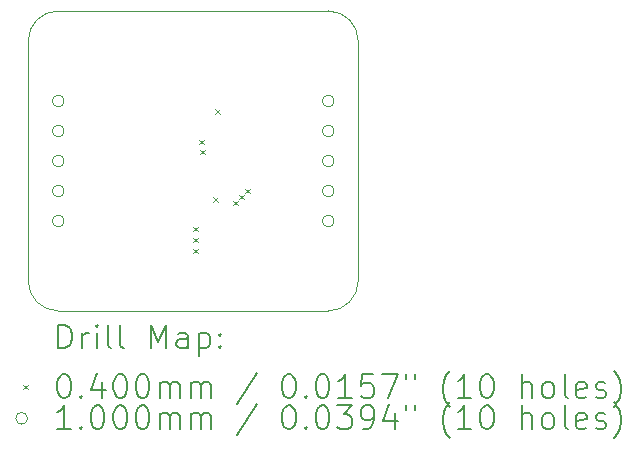
<source format=gbr>
%TF.GenerationSoftware,KiCad,Pcbnew,7.0.10*%
%TF.CreationDate,2024-05-08T17:12:16+09:00*%
%TF.ProjectId,CANFD_Module_withMCP2517FD&MCP2562FD,43414e46-445f-44d6-9f64-756c655f7769,rev?*%
%TF.SameCoordinates,Original*%
%TF.FileFunction,Drillmap*%
%TF.FilePolarity,Positive*%
%FSLAX45Y45*%
G04 Gerber Fmt 4.5, Leading zero omitted, Abs format (unit mm)*
G04 Created by KiCad (PCBNEW 7.0.10) date 2024-05-08 17:12:16*
%MOMM*%
%LPD*%
G01*
G04 APERTURE LIST*
%ADD10C,0.100000*%
%ADD11C,0.200000*%
G04 APERTURE END LIST*
D10*
X13970000Y-6350000D02*
X11684000Y-6350000D01*
X14224000Y-8636000D02*
X14224000Y-6604000D01*
X11684000Y-8890000D02*
X13970000Y-8890000D01*
X11430000Y-6604000D02*
X11430000Y-8636000D01*
X11430000Y-8636000D02*
G75*
G03*
X11684000Y-8890000I254000J0D01*
G01*
X11684000Y-6350000D02*
G75*
G03*
X11430000Y-6604000I0J-254000D01*
G01*
X13970000Y-8890000D02*
G75*
G03*
X14224000Y-8636000I0J254000D01*
G01*
X14224000Y-6604000D02*
G75*
G03*
X13970000Y-6350000I-254000J0D01*
G01*
D11*
D10*
X12829200Y-8175999D02*
X12869200Y-8215999D01*
X12869200Y-8175999D02*
X12829200Y-8215999D01*
X12829200Y-8269000D02*
X12869200Y-8309000D01*
X12869200Y-8269000D02*
X12829200Y-8309000D01*
X12829200Y-8362000D02*
X12869200Y-8402000D01*
X12869200Y-8362000D02*
X12829200Y-8402000D01*
X12876600Y-7439600D02*
X12916600Y-7479600D01*
X12916600Y-7439600D02*
X12876600Y-7479600D01*
X12883200Y-7523800D02*
X12923200Y-7563800D01*
X12923200Y-7523800D02*
X12883200Y-7563800D01*
X12993200Y-7926500D02*
X13033200Y-7966500D01*
X13033200Y-7926500D02*
X12993200Y-7966500D01*
X13010200Y-7180900D02*
X13050200Y-7220900D01*
X13050200Y-7180900D02*
X13010200Y-7220900D01*
X13162600Y-7955600D02*
X13202600Y-7995600D01*
X13202600Y-7955600D02*
X13162600Y-7995600D01*
X13213400Y-7904800D02*
X13253400Y-7944800D01*
X13253400Y-7904800D02*
X13213400Y-7944800D01*
X13264200Y-7854000D02*
X13304200Y-7894000D01*
X13304200Y-7854000D02*
X13264200Y-7894000D01*
X11734000Y-7112500D02*
G75*
G03*
X11634000Y-7112500I-50000J0D01*
G01*
X11634000Y-7112500D02*
G75*
G03*
X11734000Y-7112500I50000J0D01*
G01*
X11734000Y-7366500D02*
G75*
G03*
X11634000Y-7366500I-50000J0D01*
G01*
X11634000Y-7366500D02*
G75*
G03*
X11734000Y-7366500I50000J0D01*
G01*
X11734000Y-7620500D02*
G75*
G03*
X11634000Y-7620500I-50000J0D01*
G01*
X11634000Y-7620500D02*
G75*
G03*
X11734000Y-7620500I50000J0D01*
G01*
X11734000Y-7874500D02*
G75*
G03*
X11634000Y-7874500I-50000J0D01*
G01*
X11634000Y-7874500D02*
G75*
G03*
X11734000Y-7874500I50000J0D01*
G01*
X11734000Y-8128500D02*
G75*
G03*
X11634000Y-8128500I-50000J0D01*
G01*
X11634000Y-8128500D02*
G75*
G03*
X11734000Y-8128500I50000J0D01*
G01*
X14020000Y-7112500D02*
G75*
G03*
X13920000Y-7112500I-50000J0D01*
G01*
X13920000Y-7112500D02*
G75*
G03*
X14020000Y-7112500I50000J0D01*
G01*
X14020000Y-7366500D02*
G75*
G03*
X13920000Y-7366500I-50000J0D01*
G01*
X13920000Y-7366500D02*
G75*
G03*
X14020000Y-7366500I50000J0D01*
G01*
X14020000Y-7620500D02*
G75*
G03*
X13920000Y-7620500I-50000J0D01*
G01*
X13920000Y-7620500D02*
G75*
G03*
X14020000Y-7620500I50000J0D01*
G01*
X14020000Y-7874500D02*
G75*
G03*
X13920000Y-7874500I-50000J0D01*
G01*
X13920000Y-7874500D02*
G75*
G03*
X14020000Y-7874500I50000J0D01*
G01*
X14020000Y-8128500D02*
G75*
G03*
X13920000Y-8128500I-50000J0D01*
G01*
X13920000Y-8128500D02*
G75*
G03*
X14020000Y-8128500I50000J0D01*
G01*
D11*
X11685777Y-9206484D02*
X11685777Y-9006484D01*
X11685777Y-9006484D02*
X11733396Y-9006484D01*
X11733396Y-9006484D02*
X11761967Y-9016008D01*
X11761967Y-9016008D02*
X11781015Y-9035055D01*
X11781015Y-9035055D02*
X11790539Y-9054103D01*
X11790539Y-9054103D02*
X11800062Y-9092198D01*
X11800062Y-9092198D02*
X11800062Y-9120770D01*
X11800062Y-9120770D02*
X11790539Y-9158865D01*
X11790539Y-9158865D02*
X11781015Y-9177912D01*
X11781015Y-9177912D02*
X11761967Y-9196960D01*
X11761967Y-9196960D02*
X11733396Y-9206484D01*
X11733396Y-9206484D02*
X11685777Y-9206484D01*
X11885777Y-9206484D02*
X11885777Y-9073150D01*
X11885777Y-9111246D02*
X11895301Y-9092198D01*
X11895301Y-9092198D02*
X11904824Y-9082674D01*
X11904824Y-9082674D02*
X11923872Y-9073150D01*
X11923872Y-9073150D02*
X11942920Y-9073150D01*
X12009586Y-9206484D02*
X12009586Y-9073150D01*
X12009586Y-9006484D02*
X12000062Y-9016008D01*
X12000062Y-9016008D02*
X12009586Y-9025531D01*
X12009586Y-9025531D02*
X12019110Y-9016008D01*
X12019110Y-9016008D02*
X12009586Y-9006484D01*
X12009586Y-9006484D02*
X12009586Y-9025531D01*
X12133396Y-9206484D02*
X12114348Y-9196960D01*
X12114348Y-9196960D02*
X12104824Y-9177912D01*
X12104824Y-9177912D02*
X12104824Y-9006484D01*
X12238158Y-9206484D02*
X12219110Y-9196960D01*
X12219110Y-9196960D02*
X12209586Y-9177912D01*
X12209586Y-9177912D02*
X12209586Y-9006484D01*
X12466729Y-9206484D02*
X12466729Y-9006484D01*
X12466729Y-9006484D02*
X12533396Y-9149341D01*
X12533396Y-9149341D02*
X12600062Y-9006484D01*
X12600062Y-9006484D02*
X12600062Y-9206484D01*
X12781015Y-9206484D02*
X12781015Y-9101722D01*
X12781015Y-9101722D02*
X12771491Y-9082674D01*
X12771491Y-9082674D02*
X12752443Y-9073150D01*
X12752443Y-9073150D02*
X12714348Y-9073150D01*
X12714348Y-9073150D02*
X12695301Y-9082674D01*
X12781015Y-9196960D02*
X12761967Y-9206484D01*
X12761967Y-9206484D02*
X12714348Y-9206484D01*
X12714348Y-9206484D02*
X12695301Y-9196960D01*
X12695301Y-9196960D02*
X12685777Y-9177912D01*
X12685777Y-9177912D02*
X12685777Y-9158865D01*
X12685777Y-9158865D02*
X12695301Y-9139817D01*
X12695301Y-9139817D02*
X12714348Y-9130293D01*
X12714348Y-9130293D02*
X12761967Y-9130293D01*
X12761967Y-9130293D02*
X12781015Y-9120770D01*
X12876253Y-9073150D02*
X12876253Y-9273150D01*
X12876253Y-9082674D02*
X12895301Y-9073150D01*
X12895301Y-9073150D02*
X12933396Y-9073150D01*
X12933396Y-9073150D02*
X12952443Y-9082674D01*
X12952443Y-9082674D02*
X12961967Y-9092198D01*
X12961967Y-9092198D02*
X12971491Y-9111246D01*
X12971491Y-9111246D02*
X12971491Y-9168389D01*
X12971491Y-9168389D02*
X12961967Y-9187436D01*
X12961967Y-9187436D02*
X12952443Y-9196960D01*
X12952443Y-9196960D02*
X12933396Y-9206484D01*
X12933396Y-9206484D02*
X12895301Y-9206484D01*
X12895301Y-9206484D02*
X12876253Y-9196960D01*
X13057205Y-9187436D02*
X13066729Y-9196960D01*
X13066729Y-9196960D02*
X13057205Y-9206484D01*
X13057205Y-9206484D02*
X13047682Y-9196960D01*
X13047682Y-9196960D02*
X13057205Y-9187436D01*
X13057205Y-9187436D02*
X13057205Y-9206484D01*
X13057205Y-9082674D02*
X13066729Y-9092198D01*
X13066729Y-9092198D02*
X13057205Y-9101722D01*
X13057205Y-9101722D02*
X13047682Y-9092198D01*
X13047682Y-9092198D02*
X13057205Y-9082674D01*
X13057205Y-9082674D02*
X13057205Y-9101722D01*
D10*
X11385000Y-9515000D02*
X11425000Y-9555000D01*
X11425000Y-9515000D02*
X11385000Y-9555000D01*
D11*
X11723872Y-9426484D02*
X11742920Y-9426484D01*
X11742920Y-9426484D02*
X11761967Y-9436008D01*
X11761967Y-9436008D02*
X11771491Y-9445531D01*
X11771491Y-9445531D02*
X11781015Y-9464579D01*
X11781015Y-9464579D02*
X11790539Y-9502674D01*
X11790539Y-9502674D02*
X11790539Y-9550293D01*
X11790539Y-9550293D02*
X11781015Y-9588389D01*
X11781015Y-9588389D02*
X11771491Y-9607436D01*
X11771491Y-9607436D02*
X11761967Y-9616960D01*
X11761967Y-9616960D02*
X11742920Y-9626484D01*
X11742920Y-9626484D02*
X11723872Y-9626484D01*
X11723872Y-9626484D02*
X11704824Y-9616960D01*
X11704824Y-9616960D02*
X11695301Y-9607436D01*
X11695301Y-9607436D02*
X11685777Y-9588389D01*
X11685777Y-9588389D02*
X11676253Y-9550293D01*
X11676253Y-9550293D02*
X11676253Y-9502674D01*
X11676253Y-9502674D02*
X11685777Y-9464579D01*
X11685777Y-9464579D02*
X11695301Y-9445531D01*
X11695301Y-9445531D02*
X11704824Y-9436008D01*
X11704824Y-9436008D02*
X11723872Y-9426484D01*
X11876253Y-9607436D02*
X11885777Y-9616960D01*
X11885777Y-9616960D02*
X11876253Y-9626484D01*
X11876253Y-9626484D02*
X11866729Y-9616960D01*
X11866729Y-9616960D02*
X11876253Y-9607436D01*
X11876253Y-9607436D02*
X11876253Y-9626484D01*
X12057205Y-9493150D02*
X12057205Y-9626484D01*
X12009586Y-9416960D02*
X11961967Y-9559817D01*
X11961967Y-9559817D02*
X12085777Y-9559817D01*
X12200062Y-9426484D02*
X12219110Y-9426484D01*
X12219110Y-9426484D02*
X12238158Y-9436008D01*
X12238158Y-9436008D02*
X12247682Y-9445531D01*
X12247682Y-9445531D02*
X12257205Y-9464579D01*
X12257205Y-9464579D02*
X12266729Y-9502674D01*
X12266729Y-9502674D02*
X12266729Y-9550293D01*
X12266729Y-9550293D02*
X12257205Y-9588389D01*
X12257205Y-9588389D02*
X12247682Y-9607436D01*
X12247682Y-9607436D02*
X12238158Y-9616960D01*
X12238158Y-9616960D02*
X12219110Y-9626484D01*
X12219110Y-9626484D02*
X12200062Y-9626484D01*
X12200062Y-9626484D02*
X12181015Y-9616960D01*
X12181015Y-9616960D02*
X12171491Y-9607436D01*
X12171491Y-9607436D02*
X12161967Y-9588389D01*
X12161967Y-9588389D02*
X12152443Y-9550293D01*
X12152443Y-9550293D02*
X12152443Y-9502674D01*
X12152443Y-9502674D02*
X12161967Y-9464579D01*
X12161967Y-9464579D02*
X12171491Y-9445531D01*
X12171491Y-9445531D02*
X12181015Y-9436008D01*
X12181015Y-9436008D02*
X12200062Y-9426484D01*
X12390539Y-9426484D02*
X12409586Y-9426484D01*
X12409586Y-9426484D02*
X12428634Y-9436008D01*
X12428634Y-9436008D02*
X12438158Y-9445531D01*
X12438158Y-9445531D02*
X12447682Y-9464579D01*
X12447682Y-9464579D02*
X12457205Y-9502674D01*
X12457205Y-9502674D02*
X12457205Y-9550293D01*
X12457205Y-9550293D02*
X12447682Y-9588389D01*
X12447682Y-9588389D02*
X12438158Y-9607436D01*
X12438158Y-9607436D02*
X12428634Y-9616960D01*
X12428634Y-9616960D02*
X12409586Y-9626484D01*
X12409586Y-9626484D02*
X12390539Y-9626484D01*
X12390539Y-9626484D02*
X12371491Y-9616960D01*
X12371491Y-9616960D02*
X12361967Y-9607436D01*
X12361967Y-9607436D02*
X12352443Y-9588389D01*
X12352443Y-9588389D02*
X12342920Y-9550293D01*
X12342920Y-9550293D02*
X12342920Y-9502674D01*
X12342920Y-9502674D02*
X12352443Y-9464579D01*
X12352443Y-9464579D02*
X12361967Y-9445531D01*
X12361967Y-9445531D02*
X12371491Y-9436008D01*
X12371491Y-9436008D02*
X12390539Y-9426484D01*
X12542920Y-9626484D02*
X12542920Y-9493150D01*
X12542920Y-9512198D02*
X12552443Y-9502674D01*
X12552443Y-9502674D02*
X12571491Y-9493150D01*
X12571491Y-9493150D02*
X12600063Y-9493150D01*
X12600063Y-9493150D02*
X12619110Y-9502674D01*
X12619110Y-9502674D02*
X12628634Y-9521722D01*
X12628634Y-9521722D02*
X12628634Y-9626484D01*
X12628634Y-9521722D02*
X12638158Y-9502674D01*
X12638158Y-9502674D02*
X12657205Y-9493150D01*
X12657205Y-9493150D02*
X12685777Y-9493150D01*
X12685777Y-9493150D02*
X12704824Y-9502674D01*
X12704824Y-9502674D02*
X12714348Y-9521722D01*
X12714348Y-9521722D02*
X12714348Y-9626484D01*
X12809586Y-9626484D02*
X12809586Y-9493150D01*
X12809586Y-9512198D02*
X12819110Y-9502674D01*
X12819110Y-9502674D02*
X12838158Y-9493150D01*
X12838158Y-9493150D02*
X12866729Y-9493150D01*
X12866729Y-9493150D02*
X12885777Y-9502674D01*
X12885777Y-9502674D02*
X12895301Y-9521722D01*
X12895301Y-9521722D02*
X12895301Y-9626484D01*
X12895301Y-9521722D02*
X12904824Y-9502674D01*
X12904824Y-9502674D02*
X12923872Y-9493150D01*
X12923872Y-9493150D02*
X12952443Y-9493150D01*
X12952443Y-9493150D02*
X12971491Y-9502674D01*
X12971491Y-9502674D02*
X12981015Y-9521722D01*
X12981015Y-9521722D02*
X12981015Y-9626484D01*
X13371491Y-9416960D02*
X13200063Y-9674103D01*
X13628634Y-9426484D02*
X13647682Y-9426484D01*
X13647682Y-9426484D02*
X13666729Y-9436008D01*
X13666729Y-9436008D02*
X13676253Y-9445531D01*
X13676253Y-9445531D02*
X13685777Y-9464579D01*
X13685777Y-9464579D02*
X13695301Y-9502674D01*
X13695301Y-9502674D02*
X13695301Y-9550293D01*
X13695301Y-9550293D02*
X13685777Y-9588389D01*
X13685777Y-9588389D02*
X13676253Y-9607436D01*
X13676253Y-9607436D02*
X13666729Y-9616960D01*
X13666729Y-9616960D02*
X13647682Y-9626484D01*
X13647682Y-9626484D02*
X13628634Y-9626484D01*
X13628634Y-9626484D02*
X13609586Y-9616960D01*
X13609586Y-9616960D02*
X13600063Y-9607436D01*
X13600063Y-9607436D02*
X13590539Y-9588389D01*
X13590539Y-9588389D02*
X13581015Y-9550293D01*
X13581015Y-9550293D02*
X13581015Y-9502674D01*
X13581015Y-9502674D02*
X13590539Y-9464579D01*
X13590539Y-9464579D02*
X13600063Y-9445531D01*
X13600063Y-9445531D02*
X13609586Y-9436008D01*
X13609586Y-9436008D02*
X13628634Y-9426484D01*
X13781015Y-9607436D02*
X13790539Y-9616960D01*
X13790539Y-9616960D02*
X13781015Y-9626484D01*
X13781015Y-9626484D02*
X13771491Y-9616960D01*
X13771491Y-9616960D02*
X13781015Y-9607436D01*
X13781015Y-9607436D02*
X13781015Y-9626484D01*
X13914348Y-9426484D02*
X13933396Y-9426484D01*
X13933396Y-9426484D02*
X13952444Y-9436008D01*
X13952444Y-9436008D02*
X13961967Y-9445531D01*
X13961967Y-9445531D02*
X13971491Y-9464579D01*
X13971491Y-9464579D02*
X13981015Y-9502674D01*
X13981015Y-9502674D02*
X13981015Y-9550293D01*
X13981015Y-9550293D02*
X13971491Y-9588389D01*
X13971491Y-9588389D02*
X13961967Y-9607436D01*
X13961967Y-9607436D02*
X13952444Y-9616960D01*
X13952444Y-9616960D02*
X13933396Y-9626484D01*
X13933396Y-9626484D02*
X13914348Y-9626484D01*
X13914348Y-9626484D02*
X13895301Y-9616960D01*
X13895301Y-9616960D02*
X13885777Y-9607436D01*
X13885777Y-9607436D02*
X13876253Y-9588389D01*
X13876253Y-9588389D02*
X13866729Y-9550293D01*
X13866729Y-9550293D02*
X13866729Y-9502674D01*
X13866729Y-9502674D02*
X13876253Y-9464579D01*
X13876253Y-9464579D02*
X13885777Y-9445531D01*
X13885777Y-9445531D02*
X13895301Y-9436008D01*
X13895301Y-9436008D02*
X13914348Y-9426484D01*
X14171491Y-9626484D02*
X14057206Y-9626484D01*
X14114348Y-9626484D02*
X14114348Y-9426484D01*
X14114348Y-9426484D02*
X14095301Y-9455055D01*
X14095301Y-9455055D02*
X14076253Y-9474103D01*
X14076253Y-9474103D02*
X14057206Y-9483627D01*
X14352444Y-9426484D02*
X14257206Y-9426484D01*
X14257206Y-9426484D02*
X14247682Y-9521722D01*
X14247682Y-9521722D02*
X14257206Y-9512198D01*
X14257206Y-9512198D02*
X14276253Y-9502674D01*
X14276253Y-9502674D02*
X14323872Y-9502674D01*
X14323872Y-9502674D02*
X14342920Y-9512198D01*
X14342920Y-9512198D02*
X14352444Y-9521722D01*
X14352444Y-9521722D02*
X14361967Y-9540770D01*
X14361967Y-9540770D02*
X14361967Y-9588389D01*
X14361967Y-9588389D02*
X14352444Y-9607436D01*
X14352444Y-9607436D02*
X14342920Y-9616960D01*
X14342920Y-9616960D02*
X14323872Y-9626484D01*
X14323872Y-9626484D02*
X14276253Y-9626484D01*
X14276253Y-9626484D02*
X14257206Y-9616960D01*
X14257206Y-9616960D02*
X14247682Y-9607436D01*
X14428634Y-9426484D02*
X14561967Y-9426484D01*
X14561967Y-9426484D02*
X14476253Y-9626484D01*
X14628634Y-9426484D02*
X14628634Y-9464579D01*
X14704825Y-9426484D02*
X14704825Y-9464579D01*
X15000063Y-9702674D02*
X14990539Y-9693150D01*
X14990539Y-9693150D02*
X14971491Y-9664579D01*
X14971491Y-9664579D02*
X14961968Y-9645531D01*
X14961968Y-9645531D02*
X14952444Y-9616960D01*
X14952444Y-9616960D02*
X14942920Y-9569341D01*
X14942920Y-9569341D02*
X14942920Y-9531246D01*
X14942920Y-9531246D02*
X14952444Y-9483627D01*
X14952444Y-9483627D02*
X14961968Y-9455055D01*
X14961968Y-9455055D02*
X14971491Y-9436008D01*
X14971491Y-9436008D02*
X14990539Y-9407436D01*
X14990539Y-9407436D02*
X15000063Y-9397912D01*
X15181015Y-9626484D02*
X15066729Y-9626484D01*
X15123872Y-9626484D02*
X15123872Y-9426484D01*
X15123872Y-9426484D02*
X15104825Y-9455055D01*
X15104825Y-9455055D02*
X15085777Y-9474103D01*
X15085777Y-9474103D02*
X15066729Y-9483627D01*
X15304825Y-9426484D02*
X15323872Y-9426484D01*
X15323872Y-9426484D02*
X15342920Y-9436008D01*
X15342920Y-9436008D02*
X15352444Y-9445531D01*
X15352444Y-9445531D02*
X15361968Y-9464579D01*
X15361968Y-9464579D02*
X15371491Y-9502674D01*
X15371491Y-9502674D02*
X15371491Y-9550293D01*
X15371491Y-9550293D02*
X15361968Y-9588389D01*
X15361968Y-9588389D02*
X15352444Y-9607436D01*
X15352444Y-9607436D02*
X15342920Y-9616960D01*
X15342920Y-9616960D02*
X15323872Y-9626484D01*
X15323872Y-9626484D02*
X15304825Y-9626484D01*
X15304825Y-9626484D02*
X15285777Y-9616960D01*
X15285777Y-9616960D02*
X15276253Y-9607436D01*
X15276253Y-9607436D02*
X15266729Y-9588389D01*
X15266729Y-9588389D02*
X15257206Y-9550293D01*
X15257206Y-9550293D02*
X15257206Y-9502674D01*
X15257206Y-9502674D02*
X15266729Y-9464579D01*
X15266729Y-9464579D02*
X15276253Y-9445531D01*
X15276253Y-9445531D02*
X15285777Y-9436008D01*
X15285777Y-9436008D02*
X15304825Y-9426484D01*
X15609587Y-9626484D02*
X15609587Y-9426484D01*
X15695301Y-9626484D02*
X15695301Y-9521722D01*
X15695301Y-9521722D02*
X15685777Y-9502674D01*
X15685777Y-9502674D02*
X15666730Y-9493150D01*
X15666730Y-9493150D02*
X15638158Y-9493150D01*
X15638158Y-9493150D02*
X15619110Y-9502674D01*
X15619110Y-9502674D02*
X15609587Y-9512198D01*
X15819110Y-9626484D02*
X15800063Y-9616960D01*
X15800063Y-9616960D02*
X15790539Y-9607436D01*
X15790539Y-9607436D02*
X15781015Y-9588389D01*
X15781015Y-9588389D02*
X15781015Y-9531246D01*
X15781015Y-9531246D02*
X15790539Y-9512198D01*
X15790539Y-9512198D02*
X15800063Y-9502674D01*
X15800063Y-9502674D02*
X15819110Y-9493150D01*
X15819110Y-9493150D02*
X15847682Y-9493150D01*
X15847682Y-9493150D02*
X15866730Y-9502674D01*
X15866730Y-9502674D02*
X15876253Y-9512198D01*
X15876253Y-9512198D02*
X15885777Y-9531246D01*
X15885777Y-9531246D02*
X15885777Y-9588389D01*
X15885777Y-9588389D02*
X15876253Y-9607436D01*
X15876253Y-9607436D02*
X15866730Y-9616960D01*
X15866730Y-9616960D02*
X15847682Y-9626484D01*
X15847682Y-9626484D02*
X15819110Y-9626484D01*
X16000063Y-9626484D02*
X15981015Y-9616960D01*
X15981015Y-9616960D02*
X15971491Y-9597912D01*
X15971491Y-9597912D02*
X15971491Y-9426484D01*
X16152444Y-9616960D02*
X16133396Y-9626484D01*
X16133396Y-9626484D02*
X16095301Y-9626484D01*
X16095301Y-9626484D02*
X16076253Y-9616960D01*
X16076253Y-9616960D02*
X16066730Y-9597912D01*
X16066730Y-9597912D02*
X16066730Y-9521722D01*
X16066730Y-9521722D02*
X16076253Y-9502674D01*
X16076253Y-9502674D02*
X16095301Y-9493150D01*
X16095301Y-9493150D02*
X16133396Y-9493150D01*
X16133396Y-9493150D02*
X16152444Y-9502674D01*
X16152444Y-9502674D02*
X16161968Y-9521722D01*
X16161968Y-9521722D02*
X16161968Y-9540770D01*
X16161968Y-9540770D02*
X16066730Y-9559817D01*
X16238158Y-9616960D02*
X16257206Y-9626484D01*
X16257206Y-9626484D02*
X16295301Y-9626484D01*
X16295301Y-9626484D02*
X16314349Y-9616960D01*
X16314349Y-9616960D02*
X16323872Y-9597912D01*
X16323872Y-9597912D02*
X16323872Y-9588389D01*
X16323872Y-9588389D02*
X16314349Y-9569341D01*
X16314349Y-9569341D02*
X16295301Y-9559817D01*
X16295301Y-9559817D02*
X16266730Y-9559817D01*
X16266730Y-9559817D02*
X16247682Y-9550293D01*
X16247682Y-9550293D02*
X16238158Y-9531246D01*
X16238158Y-9531246D02*
X16238158Y-9521722D01*
X16238158Y-9521722D02*
X16247682Y-9502674D01*
X16247682Y-9502674D02*
X16266730Y-9493150D01*
X16266730Y-9493150D02*
X16295301Y-9493150D01*
X16295301Y-9493150D02*
X16314349Y-9502674D01*
X16390539Y-9702674D02*
X16400063Y-9693150D01*
X16400063Y-9693150D02*
X16419111Y-9664579D01*
X16419111Y-9664579D02*
X16428634Y-9645531D01*
X16428634Y-9645531D02*
X16438158Y-9616960D01*
X16438158Y-9616960D02*
X16447682Y-9569341D01*
X16447682Y-9569341D02*
X16447682Y-9531246D01*
X16447682Y-9531246D02*
X16438158Y-9483627D01*
X16438158Y-9483627D02*
X16428634Y-9455055D01*
X16428634Y-9455055D02*
X16419111Y-9436008D01*
X16419111Y-9436008D02*
X16400063Y-9407436D01*
X16400063Y-9407436D02*
X16390539Y-9397912D01*
D10*
X11425000Y-9799000D02*
G75*
G03*
X11325000Y-9799000I-50000J0D01*
G01*
X11325000Y-9799000D02*
G75*
G03*
X11425000Y-9799000I50000J0D01*
G01*
D11*
X11790539Y-9890484D02*
X11676253Y-9890484D01*
X11733396Y-9890484D02*
X11733396Y-9690484D01*
X11733396Y-9690484D02*
X11714348Y-9719055D01*
X11714348Y-9719055D02*
X11695301Y-9738103D01*
X11695301Y-9738103D02*
X11676253Y-9747627D01*
X11876253Y-9871436D02*
X11885777Y-9880960D01*
X11885777Y-9880960D02*
X11876253Y-9890484D01*
X11876253Y-9890484D02*
X11866729Y-9880960D01*
X11866729Y-9880960D02*
X11876253Y-9871436D01*
X11876253Y-9871436D02*
X11876253Y-9890484D01*
X12009586Y-9690484D02*
X12028634Y-9690484D01*
X12028634Y-9690484D02*
X12047682Y-9700008D01*
X12047682Y-9700008D02*
X12057205Y-9709531D01*
X12057205Y-9709531D02*
X12066729Y-9728579D01*
X12066729Y-9728579D02*
X12076253Y-9766674D01*
X12076253Y-9766674D02*
X12076253Y-9814293D01*
X12076253Y-9814293D02*
X12066729Y-9852389D01*
X12066729Y-9852389D02*
X12057205Y-9871436D01*
X12057205Y-9871436D02*
X12047682Y-9880960D01*
X12047682Y-9880960D02*
X12028634Y-9890484D01*
X12028634Y-9890484D02*
X12009586Y-9890484D01*
X12009586Y-9890484D02*
X11990539Y-9880960D01*
X11990539Y-9880960D02*
X11981015Y-9871436D01*
X11981015Y-9871436D02*
X11971491Y-9852389D01*
X11971491Y-9852389D02*
X11961967Y-9814293D01*
X11961967Y-9814293D02*
X11961967Y-9766674D01*
X11961967Y-9766674D02*
X11971491Y-9728579D01*
X11971491Y-9728579D02*
X11981015Y-9709531D01*
X11981015Y-9709531D02*
X11990539Y-9700008D01*
X11990539Y-9700008D02*
X12009586Y-9690484D01*
X12200062Y-9690484D02*
X12219110Y-9690484D01*
X12219110Y-9690484D02*
X12238158Y-9700008D01*
X12238158Y-9700008D02*
X12247682Y-9709531D01*
X12247682Y-9709531D02*
X12257205Y-9728579D01*
X12257205Y-9728579D02*
X12266729Y-9766674D01*
X12266729Y-9766674D02*
X12266729Y-9814293D01*
X12266729Y-9814293D02*
X12257205Y-9852389D01*
X12257205Y-9852389D02*
X12247682Y-9871436D01*
X12247682Y-9871436D02*
X12238158Y-9880960D01*
X12238158Y-9880960D02*
X12219110Y-9890484D01*
X12219110Y-9890484D02*
X12200062Y-9890484D01*
X12200062Y-9890484D02*
X12181015Y-9880960D01*
X12181015Y-9880960D02*
X12171491Y-9871436D01*
X12171491Y-9871436D02*
X12161967Y-9852389D01*
X12161967Y-9852389D02*
X12152443Y-9814293D01*
X12152443Y-9814293D02*
X12152443Y-9766674D01*
X12152443Y-9766674D02*
X12161967Y-9728579D01*
X12161967Y-9728579D02*
X12171491Y-9709531D01*
X12171491Y-9709531D02*
X12181015Y-9700008D01*
X12181015Y-9700008D02*
X12200062Y-9690484D01*
X12390539Y-9690484D02*
X12409586Y-9690484D01*
X12409586Y-9690484D02*
X12428634Y-9700008D01*
X12428634Y-9700008D02*
X12438158Y-9709531D01*
X12438158Y-9709531D02*
X12447682Y-9728579D01*
X12447682Y-9728579D02*
X12457205Y-9766674D01*
X12457205Y-9766674D02*
X12457205Y-9814293D01*
X12457205Y-9814293D02*
X12447682Y-9852389D01*
X12447682Y-9852389D02*
X12438158Y-9871436D01*
X12438158Y-9871436D02*
X12428634Y-9880960D01*
X12428634Y-9880960D02*
X12409586Y-9890484D01*
X12409586Y-9890484D02*
X12390539Y-9890484D01*
X12390539Y-9890484D02*
X12371491Y-9880960D01*
X12371491Y-9880960D02*
X12361967Y-9871436D01*
X12361967Y-9871436D02*
X12352443Y-9852389D01*
X12352443Y-9852389D02*
X12342920Y-9814293D01*
X12342920Y-9814293D02*
X12342920Y-9766674D01*
X12342920Y-9766674D02*
X12352443Y-9728579D01*
X12352443Y-9728579D02*
X12361967Y-9709531D01*
X12361967Y-9709531D02*
X12371491Y-9700008D01*
X12371491Y-9700008D02*
X12390539Y-9690484D01*
X12542920Y-9890484D02*
X12542920Y-9757150D01*
X12542920Y-9776198D02*
X12552443Y-9766674D01*
X12552443Y-9766674D02*
X12571491Y-9757150D01*
X12571491Y-9757150D02*
X12600063Y-9757150D01*
X12600063Y-9757150D02*
X12619110Y-9766674D01*
X12619110Y-9766674D02*
X12628634Y-9785722D01*
X12628634Y-9785722D02*
X12628634Y-9890484D01*
X12628634Y-9785722D02*
X12638158Y-9766674D01*
X12638158Y-9766674D02*
X12657205Y-9757150D01*
X12657205Y-9757150D02*
X12685777Y-9757150D01*
X12685777Y-9757150D02*
X12704824Y-9766674D01*
X12704824Y-9766674D02*
X12714348Y-9785722D01*
X12714348Y-9785722D02*
X12714348Y-9890484D01*
X12809586Y-9890484D02*
X12809586Y-9757150D01*
X12809586Y-9776198D02*
X12819110Y-9766674D01*
X12819110Y-9766674D02*
X12838158Y-9757150D01*
X12838158Y-9757150D02*
X12866729Y-9757150D01*
X12866729Y-9757150D02*
X12885777Y-9766674D01*
X12885777Y-9766674D02*
X12895301Y-9785722D01*
X12895301Y-9785722D02*
X12895301Y-9890484D01*
X12895301Y-9785722D02*
X12904824Y-9766674D01*
X12904824Y-9766674D02*
X12923872Y-9757150D01*
X12923872Y-9757150D02*
X12952443Y-9757150D01*
X12952443Y-9757150D02*
X12971491Y-9766674D01*
X12971491Y-9766674D02*
X12981015Y-9785722D01*
X12981015Y-9785722D02*
X12981015Y-9890484D01*
X13371491Y-9680960D02*
X13200063Y-9938103D01*
X13628634Y-9690484D02*
X13647682Y-9690484D01*
X13647682Y-9690484D02*
X13666729Y-9700008D01*
X13666729Y-9700008D02*
X13676253Y-9709531D01*
X13676253Y-9709531D02*
X13685777Y-9728579D01*
X13685777Y-9728579D02*
X13695301Y-9766674D01*
X13695301Y-9766674D02*
X13695301Y-9814293D01*
X13695301Y-9814293D02*
X13685777Y-9852389D01*
X13685777Y-9852389D02*
X13676253Y-9871436D01*
X13676253Y-9871436D02*
X13666729Y-9880960D01*
X13666729Y-9880960D02*
X13647682Y-9890484D01*
X13647682Y-9890484D02*
X13628634Y-9890484D01*
X13628634Y-9890484D02*
X13609586Y-9880960D01*
X13609586Y-9880960D02*
X13600063Y-9871436D01*
X13600063Y-9871436D02*
X13590539Y-9852389D01*
X13590539Y-9852389D02*
X13581015Y-9814293D01*
X13581015Y-9814293D02*
X13581015Y-9766674D01*
X13581015Y-9766674D02*
X13590539Y-9728579D01*
X13590539Y-9728579D02*
X13600063Y-9709531D01*
X13600063Y-9709531D02*
X13609586Y-9700008D01*
X13609586Y-9700008D02*
X13628634Y-9690484D01*
X13781015Y-9871436D02*
X13790539Y-9880960D01*
X13790539Y-9880960D02*
X13781015Y-9890484D01*
X13781015Y-9890484D02*
X13771491Y-9880960D01*
X13771491Y-9880960D02*
X13781015Y-9871436D01*
X13781015Y-9871436D02*
X13781015Y-9890484D01*
X13914348Y-9690484D02*
X13933396Y-9690484D01*
X13933396Y-9690484D02*
X13952444Y-9700008D01*
X13952444Y-9700008D02*
X13961967Y-9709531D01*
X13961967Y-9709531D02*
X13971491Y-9728579D01*
X13971491Y-9728579D02*
X13981015Y-9766674D01*
X13981015Y-9766674D02*
X13981015Y-9814293D01*
X13981015Y-9814293D02*
X13971491Y-9852389D01*
X13971491Y-9852389D02*
X13961967Y-9871436D01*
X13961967Y-9871436D02*
X13952444Y-9880960D01*
X13952444Y-9880960D02*
X13933396Y-9890484D01*
X13933396Y-9890484D02*
X13914348Y-9890484D01*
X13914348Y-9890484D02*
X13895301Y-9880960D01*
X13895301Y-9880960D02*
X13885777Y-9871436D01*
X13885777Y-9871436D02*
X13876253Y-9852389D01*
X13876253Y-9852389D02*
X13866729Y-9814293D01*
X13866729Y-9814293D02*
X13866729Y-9766674D01*
X13866729Y-9766674D02*
X13876253Y-9728579D01*
X13876253Y-9728579D02*
X13885777Y-9709531D01*
X13885777Y-9709531D02*
X13895301Y-9700008D01*
X13895301Y-9700008D02*
X13914348Y-9690484D01*
X14047682Y-9690484D02*
X14171491Y-9690484D01*
X14171491Y-9690484D02*
X14104825Y-9766674D01*
X14104825Y-9766674D02*
X14133396Y-9766674D01*
X14133396Y-9766674D02*
X14152444Y-9776198D01*
X14152444Y-9776198D02*
X14161967Y-9785722D01*
X14161967Y-9785722D02*
X14171491Y-9804770D01*
X14171491Y-9804770D02*
X14171491Y-9852389D01*
X14171491Y-9852389D02*
X14161967Y-9871436D01*
X14161967Y-9871436D02*
X14152444Y-9880960D01*
X14152444Y-9880960D02*
X14133396Y-9890484D01*
X14133396Y-9890484D02*
X14076253Y-9890484D01*
X14076253Y-9890484D02*
X14057206Y-9880960D01*
X14057206Y-9880960D02*
X14047682Y-9871436D01*
X14266729Y-9890484D02*
X14304825Y-9890484D01*
X14304825Y-9890484D02*
X14323872Y-9880960D01*
X14323872Y-9880960D02*
X14333396Y-9871436D01*
X14333396Y-9871436D02*
X14352444Y-9842865D01*
X14352444Y-9842865D02*
X14361967Y-9804770D01*
X14361967Y-9804770D02*
X14361967Y-9728579D01*
X14361967Y-9728579D02*
X14352444Y-9709531D01*
X14352444Y-9709531D02*
X14342920Y-9700008D01*
X14342920Y-9700008D02*
X14323872Y-9690484D01*
X14323872Y-9690484D02*
X14285777Y-9690484D01*
X14285777Y-9690484D02*
X14266729Y-9700008D01*
X14266729Y-9700008D02*
X14257206Y-9709531D01*
X14257206Y-9709531D02*
X14247682Y-9728579D01*
X14247682Y-9728579D02*
X14247682Y-9776198D01*
X14247682Y-9776198D02*
X14257206Y-9795246D01*
X14257206Y-9795246D02*
X14266729Y-9804770D01*
X14266729Y-9804770D02*
X14285777Y-9814293D01*
X14285777Y-9814293D02*
X14323872Y-9814293D01*
X14323872Y-9814293D02*
X14342920Y-9804770D01*
X14342920Y-9804770D02*
X14352444Y-9795246D01*
X14352444Y-9795246D02*
X14361967Y-9776198D01*
X14533396Y-9757150D02*
X14533396Y-9890484D01*
X14485777Y-9680960D02*
X14438158Y-9823817D01*
X14438158Y-9823817D02*
X14561967Y-9823817D01*
X14628634Y-9690484D02*
X14628634Y-9728579D01*
X14704825Y-9690484D02*
X14704825Y-9728579D01*
X15000063Y-9966674D02*
X14990539Y-9957150D01*
X14990539Y-9957150D02*
X14971491Y-9928579D01*
X14971491Y-9928579D02*
X14961968Y-9909531D01*
X14961968Y-9909531D02*
X14952444Y-9880960D01*
X14952444Y-9880960D02*
X14942920Y-9833341D01*
X14942920Y-9833341D02*
X14942920Y-9795246D01*
X14942920Y-9795246D02*
X14952444Y-9747627D01*
X14952444Y-9747627D02*
X14961968Y-9719055D01*
X14961968Y-9719055D02*
X14971491Y-9700008D01*
X14971491Y-9700008D02*
X14990539Y-9671436D01*
X14990539Y-9671436D02*
X15000063Y-9661912D01*
X15181015Y-9890484D02*
X15066729Y-9890484D01*
X15123872Y-9890484D02*
X15123872Y-9690484D01*
X15123872Y-9690484D02*
X15104825Y-9719055D01*
X15104825Y-9719055D02*
X15085777Y-9738103D01*
X15085777Y-9738103D02*
X15066729Y-9747627D01*
X15304825Y-9690484D02*
X15323872Y-9690484D01*
X15323872Y-9690484D02*
X15342920Y-9700008D01*
X15342920Y-9700008D02*
X15352444Y-9709531D01*
X15352444Y-9709531D02*
X15361968Y-9728579D01*
X15361968Y-9728579D02*
X15371491Y-9766674D01*
X15371491Y-9766674D02*
X15371491Y-9814293D01*
X15371491Y-9814293D02*
X15361968Y-9852389D01*
X15361968Y-9852389D02*
X15352444Y-9871436D01*
X15352444Y-9871436D02*
X15342920Y-9880960D01*
X15342920Y-9880960D02*
X15323872Y-9890484D01*
X15323872Y-9890484D02*
X15304825Y-9890484D01*
X15304825Y-9890484D02*
X15285777Y-9880960D01*
X15285777Y-9880960D02*
X15276253Y-9871436D01*
X15276253Y-9871436D02*
X15266729Y-9852389D01*
X15266729Y-9852389D02*
X15257206Y-9814293D01*
X15257206Y-9814293D02*
X15257206Y-9766674D01*
X15257206Y-9766674D02*
X15266729Y-9728579D01*
X15266729Y-9728579D02*
X15276253Y-9709531D01*
X15276253Y-9709531D02*
X15285777Y-9700008D01*
X15285777Y-9700008D02*
X15304825Y-9690484D01*
X15609587Y-9890484D02*
X15609587Y-9690484D01*
X15695301Y-9890484D02*
X15695301Y-9785722D01*
X15695301Y-9785722D02*
X15685777Y-9766674D01*
X15685777Y-9766674D02*
X15666730Y-9757150D01*
X15666730Y-9757150D02*
X15638158Y-9757150D01*
X15638158Y-9757150D02*
X15619110Y-9766674D01*
X15619110Y-9766674D02*
X15609587Y-9776198D01*
X15819110Y-9890484D02*
X15800063Y-9880960D01*
X15800063Y-9880960D02*
X15790539Y-9871436D01*
X15790539Y-9871436D02*
X15781015Y-9852389D01*
X15781015Y-9852389D02*
X15781015Y-9795246D01*
X15781015Y-9795246D02*
X15790539Y-9776198D01*
X15790539Y-9776198D02*
X15800063Y-9766674D01*
X15800063Y-9766674D02*
X15819110Y-9757150D01*
X15819110Y-9757150D02*
X15847682Y-9757150D01*
X15847682Y-9757150D02*
X15866730Y-9766674D01*
X15866730Y-9766674D02*
X15876253Y-9776198D01*
X15876253Y-9776198D02*
X15885777Y-9795246D01*
X15885777Y-9795246D02*
X15885777Y-9852389D01*
X15885777Y-9852389D02*
X15876253Y-9871436D01*
X15876253Y-9871436D02*
X15866730Y-9880960D01*
X15866730Y-9880960D02*
X15847682Y-9890484D01*
X15847682Y-9890484D02*
X15819110Y-9890484D01*
X16000063Y-9890484D02*
X15981015Y-9880960D01*
X15981015Y-9880960D02*
X15971491Y-9861912D01*
X15971491Y-9861912D02*
X15971491Y-9690484D01*
X16152444Y-9880960D02*
X16133396Y-9890484D01*
X16133396Y-9890484D02*
X16095301Y-9890484D01*
X16095301Y-9890484D02*
X16076253Y-9880960D01*
X16076253Y-9880960D02*
X16066730Y-9861912D01*
X16066730Y-9861912D02*
X16066730Y-9785722D01*
X16066730Y-9785722D02*
X16076253Y-9766674D01*
X16076253Y-9766674D02*
X16095301Y-9757150D01*
X16095301Y-9757150D02*
X16133396Y-9757150D01*
X16133396Y-9757150D02*
X16152444Y-9766674D01*
X16152444Y-9766674D02*
X16161968Y-9785722D01*
X16161968Y-9785722D02*
X16161968Y-9804770D01*
X16161968Y-9804770D02*
X16066730Y-9823817D01*
X16238158Y-9880960D02*
X16257206Y-9890484D01*
X16257206Y-9890484D02*
X16295301Y-9890484D01*
X16295301Y-9890484D02*
X16314349Y-9880960D01*
X16314349Y-9880960D02*
X16323872Y-9861912D01*
X16323872Y-9861912D02*
X16323872Y-9852389D01*
X16323872Y-9852389D02*
X16314349Y-9833341D01*
X16314349Y-9833341D02*
X16295301Y-9823817D01*
X16295301Y-9823817D02*
X16266730Y-9823817D01*
X16266730Y-9823817D02*
X16247682Y-9814293D01*
X16247682Y-9814293D02*
X16238158Y-9795246D01*
X16238158Y-9795246D02*
X16238158Y-9785722D01*
X16238158Y-9785722D02*
X16247682Y-9766674D01*
X16247682Y-9766674D02*
X16266730Y-9757150D01*
X16266730Y-9757150D02*
X16295301Y-9757150D01*
X16295301Y-9757150D02*
X16314349Y-9766674D01*
X16390539Y-9966674D02*
X16400063Y-9957150D01*
X16400063Y-9957150D02*
X16419111Y-9928579D01*
X16419111Y-9928579D02*
X16428634Y-9909531D01*
X16428634Y-9909531D02*
X16438158Y-9880960D01*
X16438158Y-9880960D02*
X16447682Y-9833341D01*
X16447682Y-9833341D02*
X16447682Y-9795246D01*
X16447682Y-9795246D02*
X16438158Y-9747627D01*
X16438158Y-9747627D02*
X16428634Y-9719055D01*
X16428634Y-9719055D02*
X16419111Y-9700008D01*
X16419111Y-9700008D02*
X16400063Y-9671436D01*
X16400063Y-9671436D02*
X16390539Y-9661912D01*
M02*

</source>
